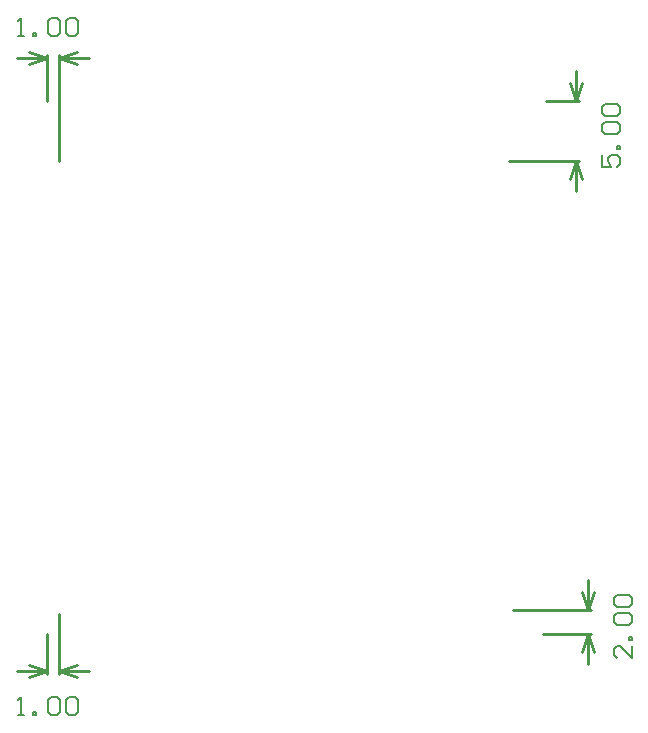
<source format=gm1>
G04*
G04 #@! TF.GenerationSoftware,Altium Limited,Altium Designer,22.0.2 (36)*
G04*
G04 Layer_Color=16711935*
%FSLAX25Y25*%
%MOIN*%
G70*
G04*
G04 #@! TF.SameCoordinates,5F5B6C63-6FB6-4E28-9BE5-C2605847C7C1*
G04*
G04*
G04 #@! TF.FilePolarity,Positive*
G04*
G01*
G75*
%ADD13C,0.00600*%
%ADD14C,0.01000*%
D13*
X194896Y-4657D02*
Y-8656D01*
X190897Y-4657D01*
X189898D01*
X188898Y-5657D01*
Y-7656D01*
X189898Y-8656D01*
X194896Y-2658D02*
X193896D01*
Y-1658D01*
X194896D01*
Y-2658D01*
X189898Y2341D02*
X188898Y3340D01*
Y5340D01*
X189898Y6340D01*
X193896D01*
X194896Y5340D01*
Y3340D01*
X193896Y2341D01*
X189898D01*
Y8339D02*
X188898Y9339D01*
Y11338D01*
X189898Y12338D01*
X193896D01*
X194896Y11338D01*
Y9339D01*
X193896Y8339D01*
X189898D01*
X184898Y159054D02*
Y155055D01*
X187897D01*
X186897Y157054D01*
Y158054D01*
X187897Y159054D01*
X189896D01*
X190896Y158054D01*
Y156055D01*
X189896Y155055D01*
X190896Y161053D02*
X189896D01*
Y162053D01*
X190896D01*
Y161053D01*
X185898Y166051D02*
X184898Y167051D01*
Y169050D01*
X185898Y170050D01*
X189896D01*
X190896Y169050D01*
Y167051D01*
X189896Y166051D01*
X185898D01*
Y172049D02*
X184898Y173049D01*
Y175048D01*
X185898Y176048D01*
X189896D01*
X190896Y175048D01*
Y173049D01*
X189896Y172049D01*
X185898D01*
X-9626Y-27396D02*
X-7627D01*
X-8627D01*
Y-21398D01*
X-9626Y-22398D01*
X-4628Y-27396D02*
Y-26396D01*
X-3628D01*
Y-27396D01*
X-4628D01*
X371Y-22398D02*
X1370Y-21398D01*
X3370D01*
X4369Y-22398D01*
Y-26396D01*
X3370Y-27396D01*
X1370D01*
X371Y-26396D01*
Y-22398D01*
X6368D02*
X7368Y-21398D01*
X9368D01*
X10367Y-22398D01*
Y-26396D01*
X9368Y-27396D01*
X7368D01*
X6368Y-26396D01*
Y-22398D01*
X-9626Y198698D02*
X-7627D01*
X-8627D01*
Y204696D01*
X-9626Y203696D01*
X-4628Y198698D02*
Y199698D01*
X-3628D01*
Y198698D01*
X-4628D01*
X371Y203696D02*
X1370Y204696D01*
X3370D01*
X4369Y203696D01*
Y199698D01*
X3370Y198698D01*
X1370D01*
X371Y199698D01*
Y203696D01*
X6368D02*
X7368Y204696D01*
X9368D01*
X10367Y203696D01*
Y199698D01*
X9368Y198698D01*
X7368D01*
X6368Y199698D01*
Y203696D01*
D14*
X180500Y-500D02*
X182500Y-6500D01*
X178500D02*
X180500Y-500D01*
X178500Y13382D02*
X180500Y7382D01*
X182500Y13382D01*
X180500Y-10500D02*
Y-500D01*
Y7382D02*
Y17382D01*
X155335Y7382D02*
X181500D01*
X165500Y-500D02*
X181500D01*
X176500Y157303D02*
X178500Y151303D01*
X174500D02*
X176500Y157303D01*
X174500Y183000D02*
X176500Y177000D01*
X178500Y183000D01*
X176500Y147303D02*
Y157303D01*
Y177000D02*
Y187000D01*
X166500Y177000D02*
X177500D01*
X153941Y157303D02*
X177500D01*
X-6000Y-15000D02*
X0Y-13000D01*
X-6000Y-11000D02*
X0Y-13000D01*
X3941D02*
X9941Y-11000D01*
X3941Y-13000D02*
X9941Y-15000D01*
X-10000Y-13000D02*
X0D01*
X3941D02*
X13941D01*
X3941Y-14000D02*
Y5988D01*
X0Y-14000D02*
Y-500D01*
X-6000Y189500D02*
X0Y191500D01*
X-6000Y193500D02*
X0Y191500D01*
X3941D02*
X9941Y193500D01*
X3941Y191500D02*
X9941Y189500D01*
X-10000Y191500D02*
X0D01*
X3941D02*
X13941D01*
X3941Y157303D02*
Y192500D01*
X0Y177000D02*
Y192500D01*
M02*

</source>
